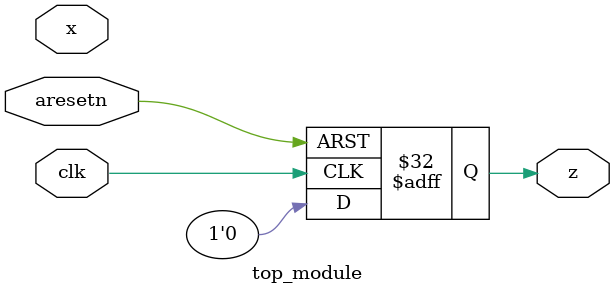
<source format=sv>
module top_module (
    input clk,
    input aresetn,
    input x,
    output reg z
);

reg [2:0] state;
reg x_reg;
reg [1:0] pattern;

// Synchronous reset
always @(posedge clk or negedge aresetn)
begin
    if (aresetn == 0) begin
        state <= 0;
        x_reg <= 0;
        pattern <= 0;
        z <= 0;
    end
    else begin
        // State transition logic
        case(state)
            0: begin
                if (x_reg && !x)
                    state <= 1;
            end
            1: begin
                if (!x_reg && x)
                    state <= 2;
                else if (x_reg && x)
                    state <= 0;
            end
            2: begin
                if (x_reg && x)
                    state <= 2;
                else if (!x_reg && !x)
                    state <= 0;
            end
        endcase

        // Output logic
        if (pattern == 3'b101)
            z <= 1;
        else
            z <= 0;

        // Update registers
        x_reg <= x;
        pattern <= {pattern[0], x_reg};
    end
end
    
endmodule

</source>
